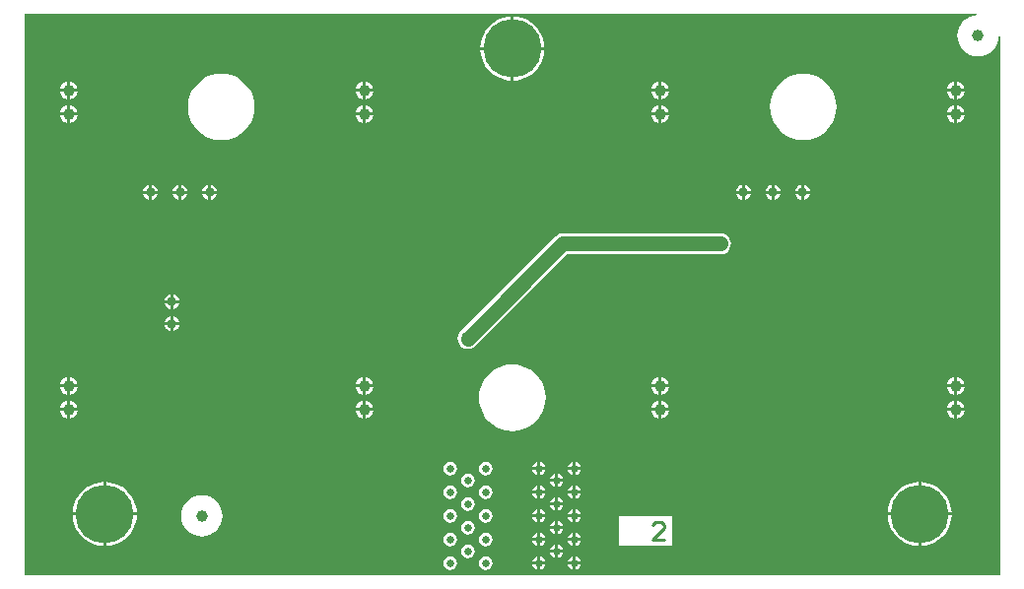
<source format=gbl>
G04*
G04 #@! TF.GenerationSoftware,Altium Limited,Altium Designer,20.1.14 (287)*
G04*
G04 Layer_Physical_Order=2*
G04 Layer_Color=16711680*
%FSLAX25Y25*%
%MOIN*%
G70*
G04*
G04 #@! TF.SameCoordinates,7963FD37-A3EF-41C6-90A3-C7C30B782ED2*
G04*
G04*
G04 #@! TF.FilePolarity,Positive*
G04*
G01*
G75*
%ADD11C,0.01000*%
%ADD33C,0.03937*%
%ADD36C,0.05000*%
%ADD38C,0.02000*%
%ADD39C,0.19685*%
%ADD40C,0.02500*%
%ADD41C,0.03150*%
%ADD42C,0.05000*%
G36*
X457156Y329500D02*
X456128Y329399D01*
X454808Y328998D01*
X453592Y328348D01*
X452526Y327474D01*
X451652Y326408D01*
X451002Y325192D01*
X450601Y323872D01*
X450466Y322500D01*
X450601Y321128D01*
X451002Y319808D01*
X451652Y318592D01*
X452526Y317526D01*
X453592Y316652D01*
X454808Y316002D01*
X456128Y315601D01*
X457500Y315466D01*
X458872Y315601D01*
X460192Y316002D01*
X461408Y316652D01*
X462474Y317526D01*
X463348Y318592D01*
X463998Y319808D01*
X464399Y321128D01*
X464500Y322156D01*
X465000Y322131D01*
Y140000D01*
X135000D01*
Y330000D01*
X457131D01*
X457156Y329500D01*
D02*
G37*
%LPC*%
G36*
X300500Y328947D02*
Y318610D01*
X310837D01*
X310742Y319812D01*
X310344Y321471D01*
X309691Y323048D01*
X308799Y324503D01*
X307691Y325801D01*
X306393Y326909D01*
X304938Y327801D01*
X303361Y328454D01*
X301701Y328852D01*
X300500Y328947D01*
D02*
G37*
G36*
X299500D02*
X298299Y328852D01*
X296639Y328454D01*
X295062Y327801D01*
X293607Y326909D01*
X292309Y325801D01*
X291201Y324503D01*
X290309Y323048D01*
X289656Y321471D01*
X289258Y319812D01*
X289163Y318610D01*
X299500D01*
Y328947D01*
D02*
G37*
G36*
X310837Y317610D02*
X300500D01*
Y307274D01*
X301701Y307368D01*
X303361Y307767D01*
X304938Y308420D01*
X306393Y309311D01*
X307691Y310420D01*
X308799Y311718D01*
X309691Y313173D01*
X310344Y314749D01*
X310742Y316409D01*
X310837Y317610D01*
D02*
G37*
G36*
X299500D02*
X289163D01*
X289258Y316409D01*
X289656Y314749D01*
X290309Y313173D01*
X291201Y311718D01*
X292309Y310420D01*
X293607Y309311D01*
X295062Y308420D01*
X296639Y307767D01*
X298299Y307368D01*
X299500Y307274D01*
Y317610D01*
D02*
G37*
G36*
X450500Y306928D02*
Y304500D01*
X452928D01*
X452892Y304775D01*
X452593Y305497D01*
X452117Y306117D01*
X451497Y306593D01*
X450775Y306892D01*
X450500Y306928D01*
D02*
G37*
G36*
X449500D02*
X449225Y306892D01*
X448503Y306593D01*
X447883Y306117D01*
X447407Y305497D01*
X447108Y304775D01*
X447072Y304500D01*
X449500D01*
Y306928D01*
D02*
G37*
G36*
X350500D02*
Y304500D01*
X352928D01*
X352892Y304775D01*
X352593Y305497D01*
X352117Y306117D01*
X351497Y306593D01*
X350775Y306892D01*
X350500Y306928D01*
D02*
G37*
G36*
X349500D02*
X349225Y306892D01*
X348503Y306593D01*
X347883Y306117D01*
X347407Y305497D01*
X347108Y304775D01*
X347072Y304500D01*
X349500D01*
Y306928D01*
D02*
G37*
G36*
X250500D02*
Y304500D01*
X252928D01*
X252892Y304775D01*
X252593Y305497D01*
X252117Y306117D01*
X251497Y306593D01*
X250775Y306892D01*
X250500Y306928D01*
D02*
G37*
G36*
X249500D02*
X249225Y306892D01*
X248503Y306593D01*
X247883Y306117D01*
X247407Y305497D01*
X247108Y304775D01*
X247072Y304500D01*
X249500D01*
Y306928D01*
D02*
G37*
G36*
X150500D02*
Y304500D01*
X152928D01*
X152892Y304775D01*
X152593Y305497D01*
X152117Y306117D01*
X151497Y306593D01*
X150775Y306892D01*
X150500Y306928D01*
D02*
G37*
G36*
X149500D02*
X149225Y306892D01*
X148503Y306593D01*
X147883Y306117D01*
X147407Y305497D01*
X147108Y304775D01*
X147072Y304500D01*
X149500D01*
Y306928D01*
D02*
G37*
G36*
X452928Y303500D02*
X450500D01*
Y301072D01*
X450775Y301108D01*
X451497Y301407D01*
X452117Y301883D01*
X452593Y302503D01*
X452892Y303225D01*
X452928Y303500D01*
D02*
G37*
G36*
X449500D02*
X447072D01*
X447108Y303225D01*
X447407Y302503D01*
X447883Y301883D01*
X448503Y301407D01*
X449225Y301108D01*
X449500Y301072D01*
Y303500D01*
D02*
G37*
G36*
X352928D02*
X350500D01*
Y301072D01*
X350775Y301108D01*
X351497Y301407D01*
X352117Y301883D01*
X352593Y302503D01*
X352892Y303225D01*
X352928Y303500D01*
D02*
G37*
G36*
X349500D02*
X347072D01*
X347108Y303225D01*
X347407Y302503D01*
X347883Y301883D01*
X348503Y301407D01*
X349225Y301108D01*
X349500Y301072D01*
Y303500D01*
D02*
G37*
G36*
X252928D02*
X250500D01*
Y301072D01*
X250775Y301108D01*
X251497Y301407D01*
X252117Y301883D01*
X252593Y302503D01*
X252892Y303225D01*
X252928Y303500D01*
D02*
G37*
G36*
X249500D02*
X247072D01*
X247108Y303225D01*
X247407Y302503D01*
X247883Y301883D01*
X248503Y301407D01*
X249225Y301108D01*
X249500Y301072D01*
Y303500D01*
D02*
G37*
G36*
X152928D02*
X150500D01*
Y301072D01*
X150775Y301108D01*
X151497Y301407D01*
X152117Y301883D01*
X152593Y302503D01*
X152892Y303225D01*
X152928Y303500D01*
D02*
G37*
G36*
X149500D02*
X147072D01*
X147108Y303225D01*
X147407Y302503D01*
X147883Y301883D01*
X148503Y301407D01*
X149225Y301108D01*
X149500Y301072D01*
Y303500D01*
D02*
G37*
G36*
X450500Y298928D02*
Y296500D01*
X452928D01*
X452892Y296775D01*
X452593Y297497D01*
X452117Y298117D01*
X451497Y298593D01*
X450775Y298892D01*
X450500Y298928D01*
D02*
G37*
G36*
X449500D02*
X449225Y298892D01*
X448503Y298593D01*
X447883Y298117D01*
X447407Y297497D01*
X447108Y296775D01*
X447072Y296500D01*
X449500D01*
Y298928D01*
D02*
G37*
G36*
X350500D02*
Y296500D01*
X352928D01*
X352892Y296775D01*
X352593Y297497D01*
X352117Y298117D01*
X351497Y298593D01*
X350775Y298892D01*
X350500Y298928D01*
D02*
G37*
G36*
X349500D02*
X349225Y298892D01*
X348503Y298593D01*
X347883Y298117D01*
X347407Y297497D01*
X347108Y296775D01*
X347072Y296500D01*
X349500D01*
Y298928D01*
D02*
G37*
G36*
X250500D02*
Y296500D01*
X252928D01*
X252892Y296775D01*
X252593Y297497D01*
X252117Y298117D01*
X251497Y298593D01*
X250775Y298892D01*
X250500Y298928D01*
D02*
G37*
G36*
X249500D02*
X249225Y298892D01*
X248503Y298593D01*
X247883Y298117D01*
X247407Y297497D01*
X247108Y296775D01*
X247072Y296500D01*
X249500D01*
Y298928D01*
D02*
G37*
G36*
X150500D02*
Y296500D01*
X152928D01*
X152892Y296775D01*
X152593Y297497D01*
X152117Y298117D01*
X151497Y298593D01*
X150775Y298892D01*
X150500Y298928D01*
D02*
G37*
G36*
X149500D02*
X149225Y298892D01*
X148503Y298593D01*
X147883Y298117D01*
X147407Y297497D01*
X147108Y296775D01*
X147072Y296500D01*
X149500D01*
Y298928D01*
D02*
G37*
G36*
X452928Y295500D02*
X450500D01*
Y293072D01*
X450775Y293108D01*
X451497Y293407D01*
X452117Y293883D01*
X452593Y294503D01*
X452892Y295225D01*
X452928Y295500D01*
D02*
G37*
G36*
X449500D02*
X447072D01*
X447108Y295225D01*
X447407Y294503D01*
X447883Y293883D01*
X448503Y293407D01*
X449225Y293108D01*
X449500Y293072D01*
Y295500D01*
D02*
G37*
G36*
X352928D02*
X350500D01*
Y293072D01*
X350775Y293108D01*
X351497Y293407D01*
X352117Y293883D01*
X352593Y294503D01*
X352892Y295225D01*
X352928Y295500D01*
D02*
G37*
G36*
X349500D02*
X347072D01*
X347108Y295225D01*
X347407Y294503D01*
X347883Y293883D01*
X348503Y293407D01*
X349225Y293108D01*
X349500Y293072D01*
Y295500D01*
D02*
G37*
G36*
X252928D02*
X250500D01*
Y293072D01*
X250775Y293108D01*
X251497Y293407D01*
X252117Y293883D01*
X252593Y294503D01*
X252892Y295225D01*
X252928Y295500D01*
D02*
G37*
G36*
X249500D02*
X247072D01*
X247108Y295225D01*
X247407Y294503D01*
X247883Y293883D01*
X248503Y293407D01*
X249225Y293108D01*
X249500Y293072D01*
Y295500D01*
D02*
G37*
G36*
X152928D02*
X150500D01*
Y293072D01*
X150775Y293108D01*
X151497Y293407D01*
X152117Y293883D01*
X152593Y294503D01*
X152892Y295225D01*
X152928Y295500D01*
D02*
G37*
G36*
X149500D02*
X147072D01*
X147108Y295225D01*
X147407Y294503D01*
X147883Y293883D01*
X148503Y293407D01*
X149225Y293108D01*
X149500Y293072D01*
Y295500D01*
D02*
G37*
G36*
X398425Y309710D02*
X396660Y309571D01*
X394938Y309158D01*
X393302Y308480D01*
X391792Y307555D01*
X390446Y306405D01*
X389296Y305058D01*
X388370Y303548D01*
X387693Y301912D01*
X387279Y300190D01*
X387140Y298425D01*
X387279Y296660D01*
X387693Y294938D01*
X388370Y293302D01*
X389296Y291792D01*
X390446Y290446D01*
X391792Y289296D01*
X393302Y288370D01*
X394938Y287693D01*
X396660Y287279D01*
X398425Y287140D01*
X400190Y287279D01*
X401912Y287693D01*
X403548Y288370D01*
X405058Y289296D01*
X406405Y290446D01*
X407555Y291792D01*
X408480Y293302D01*
X409158Y294938D01*
X409571Y296660D01*
X409710Y298425D01*
X409571Y300190D01*
X409158Y301912D01*
X408480Y303548D01*
X407555Y305058D01*
X406405Y306405D01*
X405058Y307555D01*
X403548Y308480D01*
X401912Y309158D01*
X400190Y309571D01*
X398425Y309710D01*
D02*
G37*
G36*
X201575D02*
X199810Y309571D01*
X198088Y309158D01*
X196452Y308480D01*
X194942Y307555D01*
X193595Y306405D01*
X192445Y305058D01*
X191520Y303548D01*
X190842Y301912D01*
X190429Y300190D01*
X190290Y298425D01*
X190429Y296660D01*
X190842Y294938D01*
X191520Y293302D01*
X192445Y291792D01*
X193595Y290446D01*
X194942Y289296D01*
X196452Y288370D01*
X198088Y287693D01*
X199810Y287279D01*
X201575Y287140D01*
X203340Y287279D01*
X205062Y287693D01*
X206698Y288370D01*
X208208Y289296D01*
X209554Y290446D01*
X210704Y291792D01*
X211630Y293302D01*
X212307Y294938D01*
X212721Y296660D01*
X212860Y298425D01*
X212721Y300190D01*
X212307Y301912D01*
X211630Y303548D01*
X210704Y305058D01*
X209554Y306405D01*
X208208Y307555D01*
X206698Y308480D01*
X205062Y309158D01*
X203340Y309571D01*
X201575Y309710D01*
D02*
G37*
G36*
X398700Y272031D02*
Y270000D01*
X400731D01*
X400708Y270172D01*
X400449Y270798D01*
X400036Y271336D01*
X399499Y271749D01*
X398872Y272008D01*
X398700Y272031D01*
D02*
G37*
G36*
X397700D02*
X397528Y272008D01*
X396901Y271749D01*
X396364Y271336D01*
X395951Y270798D01*
X395691Y270172D01*
X395669Y270000D01*
X397700D01*
Y272031D01*
D02*
G37*
G36*
X388700D02*
Y270000D01*
X390731D01*
X390708Y270172D01*
X390449Y270798D01*
X390036Y271336D01*
X389498Y271749D01*
X388872Y272008D01*
X388700Y272031D01*
D02*
G37*
G36*
X387700D02*
X387528Y272008D01*
X386901Y271749D01*
X386364Y271336D01*
X385951Y270798D01*
X385691Y270172D01*
X385669Y270000D01*
X387700D01*
Y272031D01*
D02*
G37*
G36*
X378700D02*
Y270000D01*
X380731D01*
X380709Y270172D01*
X380449Y270798D01*
X380036Y271336D01*
X379499Y271749D01*
X378872Y272008D01*
X378700Y272031D01*
D02*
G37*
G36*
X377700D02*
X377528Y272008D01*
X376902Y271749D01*
X376364Y271336D01*
X375951Y270798D01*
X375692Y270172D01*
X375669Y270000D01*
X377700D01*
Y272031D01*
D02*
G37*
G36*
X198100D02*
Y270000D01*
X200131D01*
X200109Y270172D01*
X199849Y270798D01*
X199436Y271336D01*
X198898Y271749D01*
X198272Y272008D01*
X198100Y272031D01*
D02*
G37*
G36*
X197100D02*
X196928Y272008D01*
X196301Y271749D01*
X195764Y271336D01*
X195351Y270798D01*
X195091Y270172D01*
X195069Y270000D01*
X197100D01*
Y272031D01*
D02*
G37*
G36*
X188100D02*
Y270000D01*
X190131D01*
X190109Y270172D01*
X189849Y270798D01*
X189436Y271336D01*
X188899Y271749D01*
X188272Y272008D01*
X188100Y272031D01*
D02*
G37*
G36*
X187100D02*
X186928Y272008D01*
X186302Y271749D01*
X185764Y271336D01*
X185351Y270798D01*
X185091Y270172D01*
X185069Y270000D01*
X187100D01*
Y272031D01*
D02*
G37*
G36*
X178100D02*
Y270000D01*
X180131D01*
X180108Y270172D01*
X179849Y270798D01*
X179436Y271336D01*
X178899Y271749D01*
X178272Y272008D01*
X178100Y272031D01*
D02*
G37*
G36*
X177100D02*
X176928Y272008D01*
X176302Y271749D01*
X175764Y271336D01*
X175351Y270798D01*
X175092Y270172D01*
X175069Y270000D01*
X177100D01*
Y272031D01*
D02*
G37*
G36*
X400731Y269000D02*
X398700D01*
Y266969D01*
X398872Y266991D01*
X399499Y267251D01*
X400036Y267664D01*
X400449Y268201D01*
X400708Y268828D01*
X400731Y269000D01*
D02*
G37*
G36*
X397700D02*
X395669D01*
X395691Y268828D01*
X395951Y268201D01*
X396364Y267664D01*
X396901Y267251D01*
X397528Y266991D01*
X397700Y266969D01*
Y269000D01*
D02*
G37*
G36*
X390731D02*
X388700D01*
Y266969D01*
X388872Y266991D01*
X389498Y267251D01*
X390036Y267664D01*
X390449Y268201D01*
X390708Y268828D01*
X390731Y269000D01*
D02*
G37*
G36*
X387700D02*
X385669D01*
X385691Y268828D01*
X385951Y268201D01*
X386364Y267664D01*
X386901Y267251D01*
X387528Y266991D01*
X387700Y266969D01*
Y269000D01*
D02*
G37*
G36*
X380731D02*
X378700D01*
Y266969D01*
X378872Y266991D01*
X379499Y267251D01*
X380036Y267664D01*
X380449Y268201D01*
X380709Y268828D01*
X380731Y269000D01*
D02*
G37*
G36*
X377700D02*
X375669D01*
X375692Y268828D01*
X375951Y268201D01*
X376364Y267664D01*
X376902Y267251D01*
X377528Y266991D01*
X377700Y266969D01*
Y269000D01*
D02*
G37*
G36*
X200131D02*
X198100D01*
Y266969D01*
X198272Y266991D01*
X198898Y267251D01*
X199436Y267664D01*
X199849Y268201D01*
X200109Y268828D01*
X200131Y269000D01*
D02*
G37*
G36*
X197100D02*
X195069D01*
X195091Y268828D01*
X195351Y268201D01*
X195764Y267664D01*
X196301Y267251D01*
X196928Y266991D01*
X197100Y266969D01*
Y269000D01*
D02*
G37*
G36*
X190131D02*
X188100D01*
Y266969D01*
X188272Y266991D01*
X188899Y267251D01*
X189436Y267664D01*
X189849Y268201D01*
X190109Y268828D01*
X190131Y269000D01*
D02*
G37*
G36*
X187100D02*
X185069D01*
X185091Y268828D01*
X185351Y268201D01*
X185764Y267664D01*
X186302Y267251D01*
X186928Y266991D01*
X187100Y266969D01*
Y269000D01*
D02*
G37*
G36*
X180131D02*
X178100D01*
Y266969D01*
X178272Y266991D01*
X178899Y267251D01*
X179436Y267664D01*
X179849Y268201D01*
X180108Y268828D01*
X180131Y269000D01*
D02*
G37*
G36*
X177100D02*
X175069D01*
X175092Y268828D01*
X175351Y268201D01*
X175764Y267664D01*
X176302Y267251D01*
X176928Y266991D01*
X177100Y266969D01*
Y269000D01*
D02*
G37*
G36*
X185400Y235031D02*
Y233000D01*
X187431D01*
X187408Y233172D01*
X187149Y233799D01*
X186736Y234336D01*
X186198Y234749D01*
X185572Y235009D01*
X185400Y235031D01*
D02*
G37*
G36*
X184400D02*
X184228Y235009D01*
X183601Y234749D01*
X183064Y234336D01*
X182651Y233799D01*
X182392Y233172D01*
X182369Y233000D01*
X184400D01*
Y235031D01*
D02*
G37*
G36*
X187431Y232000D02*
X185400D01*
Y229969D01*
X185572Y229992D01*
X186198Y230251D01*
X186736Y230664D01*
X187149Y231202D01*
X187408Y231828D01*
X187431Y232000D01*
D02*
G37*
G36*
X184400D02*
X182369D01*
X182392Y231828D01*
X182651Y231202D01*
X183064Y230664D01*
X183601Y230251D01*
X184228Y229992D01*
X184400Y229969D01*
Y232000D01*
D02*
G37*
G36*
X185400Y227531D02*
Y225500D01*
X187431D01*
X187408Y225672D01*
X187149Y226298D01*
X186736Y226836D01*
X186198Y227249D01*
X185572Y227508D01*
X185400Y227531D01*
D02*
G37*
G36*
X184400D02*
X184228Y227508D01*
X183601Y227249D01*
X183064Y226836D01*
X182651Y226298D01*
X182392Y225672D01*
X182369Y225500D01*
X184400D01*
Y227531D01*
D02*
G37*
G36*
X187431Y224500D02*
X185400D01*
Y222469D01*
X185572Y222492D01*
X186198Y222751D01*
X186736Y223164D01*
X187149Y223702D01*
X187408Y224328D01*
X187431Y224500D01*
D02*
G37*
G36*
X184400D02*
X182369D01*
X182392Y224328D01*
X182651Y223702D01*
X183064Y223164D01*
X183601Y222751D01*
X184228Y222492D01*
X184400Y222469D01*
Y224500D01*
D02*
G37*
G36*
X317100Y255630D02*
X316186Y255510D01*
X315335Y255157D01*
X314604Y254596D01*
X282504Y222496D01*
X281943Y221765D01*
X281590Y220914D01*
X281470Y220000D01*
X281590Y219086D01*
X281943Y218235D01*
X282504Y217504D01*
X283235Y216943D01*
X284086Y216590D01*
X285000Y216470D01*
X285914Y216590D01*
X286765Y216943D01*
X287496Y217504D01*
X318562Y248570D01*
X370500D01*
X371414Y248690D01*
X372265Y249043D01*
X372996Y249604D01*
X373557Y250335D01*
X373910Y251186D01*
X374030Y252100D01*
X373910Y253014D01*
X373557Y253865D01*
X372996Y254596D01*
X372265Y255157D01*
X371414Y255510D01*
X370500Y255630D01*
X317100D01*
X317100Y255630D01*
D02*
G37*
G36*
X350500Y206928D02*
Y204500D01*
X352928D01*
X352892Y204775D01*
X352593Y205497D01*
X352117Y206117D01*
X351497Y206593D01*
X350775Y206892D01*
X350500Y206928D01*
D02*
G37*
G36*
X450500D02*
Y204500D01*
X452928D01*
X452892Y204775D01*
X452593Y205497D01*
X452117Y206117D01*
X451497Y206593D01*
X450775Y206892D01*
X450500Y206928D01*
D02*
G37*
G36*
X250500D02*
Y204500D01*
X252928D01*
X252892Y204775D01*
X252593Y205497D01*
X252117Y206117D01*
X251497Y206593D01*
X250775Y206892D01*
X250500Y206928D01*
D02*
G37*
G36*
X150500D02*
Y204500D01*
X152928D01*
X152892Y204775D01*
X152593Y205497D01*
X152117Y206117D01*
X151497Y206593D01*
X150775Y206892D01*
X150500Y206928D01*
D02*
G37*
G36*
X349500D02*
X349225Y206892D01*
X348503Y206593D01*
X347883Y206117D01*
X347407Y205497D01*
X347108Y204775D01*
X347072Y204500D01*
X349500D01*
Y206928D01*
D02*
G37*
G36*
X249500D02*
X249225Y206892D01*
X248503Y206593D01*
X247883Y206117D01*
X247407Y205497D01*
X247108Y204775D01*
X247072Y204500D01*
X249500D01*
Y206928D01*
D02*
G37*
G36*
X449500D02*
X449225Y206892D01*
X448503Y206593D01*
X447883Y206117D01*
X447407Y205497D01*
X447108Y204775D01*
X447072Y204500D01*
X449500D01*
Y206928D01*
D02*
G37*
G36*
X149500D02*
X149225Y206892D01*
X148503Y206593D01*
X147883Y206117D01*
X147407Y205497D01*
X147108Y204775D01*
X147072Y204500D01*
X149500D01*
Y206928D01*
D02*
G37*
G36*
X152928Y203500D02*
X150500D01*
Y201072D01*
X150775Y201108D01*
X151497Y201407D01*
X152117Y201883D01*
X152593Y202503D01*
X152892Y203225D01*
X152928Y203500D01*
D02*
G37*
G36*
X452928D02*
X450500D01*
Y201072D01*
X450775Y201108D01*
X451497Y201407D01*
X452117Y201883D01*
X452593Y202503D01*
X452892Y203225D01*
X452928Y203500D01*
D02*
G37*
G36*
X352928D02*
X350500D01*
Y201072D01*
X350775Y201108D01*
X351497Y201407D01*
X352117Y201883D01*
X352593Y202503D01*
X352892Y203225D01*
X352928Y203500D01*
D02*
G37*
G36*
X252928D02*
X250500D01*
Y201072D01*
X250775Y201108D01*
X251497Y201407D01*
X252117Y201883D01*
X252593Y202503D01*
X252892Y203225D01*
X252928Y203500D01*
D02*
G37*
G36*
X449500D02*
X447072D01*
X447108Y203225D01*
X447407Y202503D01*
X447883Y201883D01*
X448503Y201407D01*
X449225Y201108D01*
X449500Y201072D01*
Y203500D01*
D02*
G37*
G36*
X349500D02*
X347072D01*
X347108Y203225D01*
X347407Y202503D01*
X347883Y201883D01*
X348503Y201407D01*
X349225Y201108D01*
X349500Y201072D01*
Y203500D01*
D02*
G37*
G36*
X249500D02*
X247072D01*
X247108Y203225D01*
X247407Y202503D01*
X247883Y201883D01*
X248503Y201407D01*
X249225Y201108D01*
X249500Y201072D01*
Y203500D01*
D02*
G37*
G36*
X149500D02*
X147072D01*
X147108Y203225D01*
X147407Y202503D01*
X147883Y201883D01*
X148503Y201407D01*
X149225Y201108D01*
X149500Y201072D01*
Y203500D01*
D02*
G37*
G36*
X350500Y198928D02*
Y196500D01*
X352928D01*
X352892Y196775D01*
X352593Y197497D01*
X352117Y198117D01*
X351497Y198593D01*
X350775Y198892D01*
X350500Y198928D01*
D02*
G37*
G36*
X450500D02*
Y196500D01*
X452928D01*
X452892Y196775D01*
X452593Y197497D01*
X452117Y198117D01*
X451497Y198593D01*
X450775Y198892D01*
X450500Y198928D01*
D02*
G37*
G36*
X250500D02*
Y196500D01*
X252928D01*
X252892Y196775D01*
X252593Y197497D01*
X252117Y198117D01*
X251497Y198593D01*
X250775Y198892D01*
X250500Y198928D01*
D02*
G37*
G36*
X150500D02*
Y196500D01*
X152928D01*
X152892Y196775D01*
X152593Y197497D01*
X152117Y198117D01*
X151497Y198593D01*
X150775Y198892D01*
X150500Y198928D01*
D02*
G37*
G36*
X349500D02*
X349225Y198892D01*
X348503Y198593D01*
X347883Y198117D01*
X347407Y197497D01*
X347108Y196775D01*
X347072Y196500D01*
X349500D01*
Y198928D01*
D02*
G37*
G36*
X249500D02*
X249225Y198892D01*
X248503Y198593D01*
X247883Y198117D01*
X247407Y197497D01*
X247108Y196775D01*
X247072Y196500D01*
X249500D01*
Y198928D01*
D02*
G37*
G36*
X449500D02*
X449225Y198892D01*
X448503Y198593D01*
X447883Y198117D01*
X447407Y197497D01*
X447108Y196775D01*
X447072Y196500D01*
X449500D01*
Y198928D01*
D02*
G37*
G36*
X149500D02*
X149225Y198892D01*
X148503Y198593D01*
X147883Y198117D01*
X147407Y197497D01*
X147108Y196775D01*
X147072Y196500D01*
X149500D01*
Y198928D01*
D02*
G37*
G36*
X452928Y195500D02*
X450500D01*
Y193072D01*
X450775Y193108D01*
X451497Y193407D01*
X452117Y193883D01*
X452593Y194503D01*
X452892Y195225D01*
X452928Y195500D01*
D02*
G37*
G36*
X352928D02*
X350500D01*
Y193072D01*
X350775Y193108D01*
X351497Y193407D01*
X352117Y193883D01*
X352593Y194503D01*
X352892Y195225D01*
X352928Y195500D01*
D02*
G37*
G36*
X252928D02*
X250500D01*
Y193072D01*
X250775Y193108D01*
X251497Y193407D01*
X252117Y193883D01*
X252593Y194503D01*
X252892Y195225D01*
X252928Y195500D01*
D02*
G37*
G36*
X152928D02*
X150500D01*
Y193072D01*
X150775Y193108D01*
X151497Y193407D01*
X152117Y193883D01*
X152593Y194503D01*
X152892Y195225D01*
X152928Y195500D01*
D02*
G37*
G36*
X149500D02*
X147072D01*
X147108Y195225D01*
X147407Y194503D01*
X147883Y193883D01*
X148503Y193407D01*
X149225Y193108D01*
X149500Y193072D01*
Y195500D01*
D02*
G37*
G36*
X449500D02*
X447072D01*
X447108Y195225D01*
X447407Y194503D01*
X447883Y193883D01*
X448503Y193407D01*
X449225Y193108D01*
X449500Y193072D01*
Y195500D01*
D02*
G37*
G36*
X349500D02*
X347072D01*
X347108Y195225D01*
X347407Y194503D01*
X347883Y193883D01*
X348503Y193407D01*
X349225Y193108D01*
X349500Y193072D01*
Y195500D01*
D02*
G37*
G36*
X249500D02*
X247072D01*
X247108Y195225D01*
X247407Y194503D01*
X247883Y193883D01*
X248503Y193407D01*
X249225Y193108D01*
X249500Y193072D01*
Y195500D01*
D02*
G37*
G36*
X300000Y211285D02*
X298235Y211146D01*
X296513Y210733D01*
X294877Y210055D01*
X293367Y209130D01*
X292020Y207980D01*
X290870Y206633D01*
X289945Y205123D01*
X289267Y203487D01*
X288854Y201765D01*
X288715Y200000D01*
X288854Y198235D01*
X289267Y196513D01*
X289945Y194877D01*
X290870Y193367D01*
X292020Y192020D01*
X293367Y190870D01*
X294877Y189945D01*
X296513Y189268D01*
X298235Y188854D01*
X300000Y188715D01*
X301765Y188854D01*
X303487Y189268D01*
X305123Y189945D01*
X306633Y190870D01*
X307980Y192020D01*
X309130Y193367D01*
X310055Y194877D01*
X310733Y196513D01*
X311146Y198235D01*
X311285Y200000D01*
X311146Y201765D01*
X310733Y203487D01*
X310055Y205123D01*
X309130Y206633D01*
X307980Y207980D01*
X306633Y209130D01*
X305123Y210055D01*
X303487Y210733D01*
X301765Y211146D01*
X300000Y211285D01*
D02*
G37*
G36*
X321500Y178195D02*
Y176500D01*
X323195D01*
X323119Y176878D01*
X322622Y177622D01*
X321878Y178120D01*
X321500Y178195D01*
D02*
G37*
G36*
X320500D02*
X320122Y178120D01*
X319378Y177622D01*
X318881Y176878D01*
X318805Y176500D01*
X320500D01*
Y178195D01*
D02*
G37*
G36*
X309500D02*
Y176500D01*
X311195D01*
X311120Y176878D01*
X310622Y177622D01*
X309878Y178120D01*
X309500Y178195D01*
D02*
G37*
G36*
X308500D02*
X308122Y178120D01*
X307378Y177622D01*
X306880Y176878D01*
X306805Y176500D01*
X308500D01*
Y178195D01*
D02*
G37*
G36*
X323195Y175500D02*
X321500D01*
Y173805D01*
X321878Y173881D01*
X322622Y174378D01*
X323119Y175122D01*
X323195Y175500D01*
D02*
G37*
G36*
X320500D02*
X318805D01*
X318881Y175122D01*
X319378Y174378D01*
X320122Y173881D01*
X320500Y173805D01*
Y175500D01*
D02*
G37*
G36*
X311195D02*
X309500D01*
Y173805D01*
X309878Y173881D01*
X310622Y174378D01*
X311120Y175122D01*
X311195Y175500D01*
D02*
G37*
G36*
X308500D02*
X306805D01*
X306880Y175122D01*
X307378Y174378D01*
X308122Y173881D01*
X308500Y173805D01*
Y175500D01*
D02*
G37*
G36*
X291000Y178294D02*
X290122Y178120D01*
X289378Y177622D01*
X288880Y176878D01*
X288706Y176000D01*
X288880Y175122D01*
X289378Y174378D01*
X290122Y173881D01*
X291000Y173706D01*
X291878Y173881D01*
X292622Y174378D01*
X293120Y175122D01*
X293294Y176000D01*
X293120Y176878D01*
X292622Y177622D01*
X291878Y178120D01*
X291000Y178294D01*
D02*
G37*
G36*
X279000D02*
X278122Y178120D01*
X277378Y177622D01*
X276881Y176878D01*
X276706Y176000D01*
X276881Y175122D01*
X277378Y174378D01*
X278122Y173881D01*
X279000Y173706D01*
X279878Y173881D01*
X280622Y174378D01*
X281119Y175122D01*
X281294Y176000D01*
X281119Y176878D01*
X280622Y177622D01*
X279878Y178120D01*
X279000Y178294D01*
D02*
G37*
G36*
X315500Y174195D02*
Y172500D01*
X317195D01*
X317120Y172878D01*
X316622Y173622D01*
X315878Y174119D01*
X315500Y174195D01*
D02*
G37*
G36*
X314500D02*
X314122Y174119D01*
X313378Y173622D01*
X312880Y172878D01*
X312805Y172500D01*
X314500D01*
Y174195D01*
D02*
G37*
G36*
X317195Y171500D02*
X315500D01*
Y169805D01*
X315878Y169880D01*
X316622Y170378D01*
X317120Y171122D01*
X317195Y171500D01*
D02*
G37*
G36*
X314500D02*
X312805D01*
X312880Y171122D01*
X313378Y170378D01*
X314122Y169880D01*
X314500Y169805D01*
Y171500D01*
D02*
G37*
G36*
X285000Y174294D02*
X284122Y174119D01*
X283378Y173622D01*
X282880Y172878D01*
X282706Y172000D01*
X282880Y171122D01*
X283378Y170378D01*
X284122Y169880D01*
X285000Y169706D01*
X285878Y169880D01*
X286622Y170378D01*
X287120Y171122D01*
X287294Y172000D01*
X287120Y172878D01*
X286622Y173622D01*
X285878Y174119D01*
X285000Y174294D01*
D02*
G37*
G36*
X321500Y170195D02*
Y168500D01*
X323195D01*
X323119Y168878D01*
X322622Y169622D01*
X321878Y170120D01*
X321500Y170195D01*
D02*
G37*
G36*
X320500D02*
X320122Y170120D01*
X319378Y169622D01*
X318881Y168878D01*
X318805Y168500D01*
X320500D01*
Y170195D01*
D02*
G37*
G36*
X309500D02*
Y168500D01*
X311195D01*
X311120Y168878D01*
X310622Y169622D01*
X309878Y170120D01*
X309500Y170195D01*
D02*
G37*
G36*
X308500D02*
X308122Y170120D01*
X307378Y169622D01*
X306880Y168878D01*
X306805Y168500D01*
X308500D01*
Y170195D01*
D02*
G37*
G36*
X323195Y167500D02*
X321500D01*
Y165805D01*
X321878Y165881D01*
X322622Y166378D01*
X323119Y167122D01*
X323195Y167500D01*
D02*
G37*
G36*
X320500D02*
X318805D01*
X318881Y167122D01*
X319378Y166378D01*
X320122Y165881D01*
X320500Y165805D01*
Y167500D01*
D02*
G37*
G36*
X311195D02*
X309500D01*
Y165805D01*
X309878Y165881D01*
X310622Y166378D01*
X311120Y167122D01*
X311195Y167500D01*
D02*
G37*
G36*
X308500D02*
X306805D01*
X306880Y167122D01*
X307378Y166378D01*
X308122Y165881D01*
X308500Y165805D01*
Y167500D01*
D02*
G37*
G36*
X291000Y170294D02*
X290122Y170120D01*
X289378Y169622D01*
X288880Y168878D01*
X288706Y168000D01*
X288880Y167122D01*
X289378Y166378D01*
X290122Y165881D01*
X291000Y165706D01*
X291878Y165881D01*
X292622Y166378D01*
X293120Y167122D01*
X293294Y168000D01*
X293120Y168878D01*
X292622Y169622D01*
X291878Y170120D01*
X291000Y170294D01*
D02*
G37*
G36*
X279000D02*
X278122Y170120D01*
X277378Y169622D01*
X276881Y168878D01*
X276706Y168000D01*
X276881Y167122D01*
X277378Y166378D01*
X278122Y165881D01*
X279000Y165706D01*
X279878Y165881D01*
X280622Y166378D01*
X281119Y167122D01*
X281294Y168000D01*
X281119Y168878D01*
X280622Y169622D01*
X279878Y170120D01*
X279000Y170294D01*
D02*
G37*
G36*
X315500Y166195D02*
Y164500D01*
X317195D01*
X317120Y164878D01*
X316622Y165622D01*
X315878Y166120D01*
X315500Y166195D01*
D02*
G37*
G36*
X314500D02*
X314122Y166120D01*
X313378Y165622D01*
X312880Y164878D01*
X312805Y164500D01*
X314500D01*
Y166195D01*
D02*
G37*
G36*
X317195Y163500D02*
X315500D01*
Y161805D01*
X315878Y161881D01*
X316622Y162378D01*
X317120Y163122D01*
X317195Y163500D01*
D02*
G37*
G36*
X314500D02*
X312805D01*
X312880Y163122D01*
X313378Y162378D01*
X314122Y161881D01*
X314500Y161805D01*
Y163500D01*
D02*
G37*
G36*
X285000Y166294D02*
X284122Y166120D01*
X283378Y165622D01*
X282880Y164878D01*
X282706Y164000D01*
X282880Y163122D01*
X283378Y162378D01*
X284122Y161881D01*
X285000Y161706D01*
X285878Y161881D01*
X286622Y162378D01*
X287120Y163122D01*
X287294Y164000D01*
X287120Y164878D01*
X286622Y165622D01*
X285878Y166120D01*
X285000Y166294D01*
D02*
G37*
G36*
X438295Y171467D02*
Y161130D01*
X448632D01*
X448537Y162331D01*
X448139Y163991D01*
X447486Y165568D01*
X446594Y167023D01*
X445486Y168321D01*
X444188Y169429D01*
X442733Y170321D01*
X441156Y170974D01*
X439497Y171372D01*
X438295Y171467D01*
D02*
G37*
G36*
X437295D02*
X436094Y171372D01*
X434434Y170974D01*
X432858Y170321D01*
X431402Y169429D01*
X430105Y168321D01*
X428996Y167023D01*
X428105Y165568D01*
X427452Y163991D01*
X427053Y162331D01*
X426959Y161130D01*
X437295D01*
Y171467D01*
D02*
G37*
G36*
X162705D02*
Y161130D01*
X173041D01*
X172947Y162331D01*
X172548Y163991D01*
X171895Y165568D01*
X171004Y167023D01*
X169895Y168321D01*
X168597Y169429D01*
X167142Y170321D01*
X165566Y170974D01*
X163906Y171372D01*
X162705Y171467D01*
D02*
G37*
G36*
X161705D02*
X160503Y171372D01*
X158844Y170974D01*
X157267Y170321D01*
X155812Y169429D01*
X154514Y168321D01*
X153406Y167023D01*
X152514Y165568D01*
X151861Y163991D01*
X151463Y162331D01*
X151368Y161130D01*
X161705D01*
Y171467D01*
D02*
G37*
G36*
X321500Y162195D02*
Y160500D01*
X323195D01*
X323119Y160878D01*
X322622Y161622D01*
X321878Y162119D01*
X321500Y162195D01*
D02*
G37*
G36*
X320500D02*
X320122Y162119D01*
X319378Y161622D01*
X318881Y160878D01*
X318805Y160500D01*
X320500D01*
Y162195D01*
D02*
G37*
G36*
X309500D02*
Y160500D01*
X311195D01*
X311120Y160878D01*
X310622Y161622D01*
X309878Y162119D01*
X309500Y162195D01*
D02*
G37*
G36*
X308500D02*
X308122Y162119D01*
X307378Y161622D01*
X306880Y160878D01*
X306805Y160500D01*
X308500D01*
Y162195D01*
D02*
G37*
G36*
X323195Y159500D02*
X321500D01*
Y157805D01*
X321878Y157880D01*
X322622Y158378D01*
X323119Y159122D01*
X323195Y159500D01*
D02*
G37*
G36*
X320500D02*
X318805D01*
X318881Y159122D01*
X319378Y158378D01*
X320122Y157880D01*
X320500Y157805D01*
Y159500D01*
D02*
G37*
G36*
X311195D02*
X309500D01*
Y157805D01*
X309878Y157880D01*
X310622Y158378D01*
X311120Y159122D01*
X311195Y159500D01*
D02*
G37*
G36*
X308500D02*
X306805D01*
X306880Y159122D01*
X307378Y158378D01*
X308122Y157880D01*
X308500Y157805D01*
Y159500D01*
D02*
G37*
G36*
X291000Y162294D02*
X290122Y162119D01*
X289378Y161622D01*
X288880Y160878D01*
X288706Y160000D01*
X288880Y159122D01*
X289378Y158378D01*
X290122Y157880D01*
X291000Y157706D01*
X291878Y157880D01*
X292622Y158378D01*
X293120Y159122D01*
X293294Y160000D01*
X293120Y160878D01*
X292622Y161622D01*
X291878Y162119D01*
X291000Y162294D01*
D02*
G37*
G36*
X279000D02*
X278122Y162119D01*
X277378Y161622D01*
X276881Y160878D01*
X276706Y160000D01*
X276881Y159122D01*
X277378Y158378D01*
X278122Y157880D01*
X279000Y157706D01*
X279878Y157880D01*
X280622Y158378D01*
X281119Y159122D01*
X281294Y160000D01*
X281119Y160878D01*
X280622Y161622D01*
X279878Y162119D01*
X279000Y162294D01*
D02*
G37*
G36*
X315500Y158195D02*
Y156500D01*
X317195D01*
X317120Y156878D01*
X316622Y157622D01*
X315878Y158119D01*
X315500Y158195D01*
D02*
G37*
G36*
X314500D02*
X314122Y158119D01*
X313378Y157622D01*
X312880Y156878D01*
X312805Y156500D01*
X314500D01*
Y158195D01*
D02*
G37*
G36*
X317195Y155500D02*
X315500D01*
Y153805D01*
X315878Y153881D01*
X316622Y154378D01*
X317120Y155122D01*
X317195Y155500D01*
D02*
G37*
G36*
X314500D02*
X312805D01*
X312880Y155122D01*
X313378Y154378D01*
X314122Y153881D01*
X314500Y153805D01*
Y155500D01*
D02*
G37*
G36*
X285000Y158294D02*
X284122Y158119D01*
X283378Y157622D01*
X282880Y156878D01*
X282706Y156000D01*
X282880Y155122D01*
X283378Y154378D01*
X284122Y153881D01*
X285000Y153706D01*
X285878Y153881D01*
X286622Y154378D01*
X287120Y155122D01*
X287294Y156000D01*
X287120Y156878D01*
X286622Y157622D01*
X285878Y158119D01*
X285000Y158294D01*
D02*
G37*
G36*
X195000Y167034D02*
X193628Y166899D01*
X192308Y166498D01*
X191092Y165849D01*
X190026Y164974D01*
X189152Y163908D01*
X188502Y162692D01*
X188101Y161372D01*
X187966Y160000D01*
X188101Y158628D01*
X188502Y157308D01*
X189152Y156092D01*
X190026Y155026D01*
X191092Y154151D01*
X192308Y153501D01*
X193628Y153101D01*
X195000Y152966D01*
X196372Y153101D01*
X197692Y153501D01*
X198908Y154151D01*
X199974Y155026D01*
X200849Y156092D01*
X201499Y157308D01*
X201899Y158628D01*
X202034Y160000D01*
X201899Y161372D01*
X201499Y162692D01*
X200849Y163908D01*
X199974Y164974D01*
X198908Y165849D01*
X197692Y166498D01*
X196372Y166899D01*
X195000Y167034D01*
D02*
G37*
G36*
X321500Y154195D02*
Y152500D01*
X323195D01*
X323119Y152878D01*
X322622Y153622D01*
X321878Y154120D01*
X321500Y154195D01*
D02*
G37*
G36*
X320500D02*
X320122Y154120D01*
X319378Y153622D01*
X318881Y152878D01*
X318805Y152500D01*
X320500D01*
Y154195D01*
D02*
G37*
G36*
X309500D02*
Y152500D01*
X311195D01*
X311120Y152878D01*
X310622Y153622D01*
X309878Y154120D01*
X309500Y154195D01*
D02*
G37*
G36*
X308500D02*
X308122Y154120D01*
X307378Y153622D01*
X306880Y152878D01*
X306805Y152500D01*
X308500D01*
Y154195D01*
D02*
G37*
G36*
X354000Y160000D02*
X336000D01*
Y150000D01*
X354000D01*
Y160000D01*
D02*
G37*
G36*
X323195Y151500D02*
X321500D01*
Y149805D01*
X321878Y149881D01*
X322622Y150378D01*
X323119Y151122D01*
X323195Y151500D01*
D02*
G37*
G36*
X320500D02*
X318805D01*
X318881Y151122D01*
X319378Y150378D01*
X320122Y149881D01*
X320500Y149805D01*
Y151500D01*
D02*
G37*
G36*
X311195D02*
X309500D01*
Y149805D01*
X309878Y149881D01*
X310622Y150378D01*
X311120Y151122D01*
X311195Y151500D01*
D02*
G37*
G36*
X308500D02*
X306805D01*
X306880Y151122D01*
X307378Y150378D01*
X308122Y149881D01*
X308500Y149805D01*
Y151500D01*
D02*
G37*
G36*
X448632Y160130D02*
X438295D01*
Y149793D01*
X439497Y149888D01*
X441156Y150286D01*
X442733Y150939D01*
X444188Y151831D01*
X445486Y152939D01*
X446594Y154237D01*
X447486Y155692D01*
X448139Y157269D01*
X448537Y158929D01*
X448632Y160130D01*
D02*
G37*
G36*
X437295D02*
X426959D01*
X427053Y158929D01*
X427452Y157269D01*
X428105Y155692D01*
X428996Y154237D01*
X430105Y152939D01*
X431402Y151831D01*
X432858Y150939D01*
X434434Y150286D01*
X436094Y149888D01*
X437295Y149793D01*
Y160130D01*
D02*
G37*
G36*
X173041D02*
X162705D01*
Y149793D01*
X163906Y149888D01*
X165566Y150286D01*
X167142Y150939D01*
X168597Y151831D01*
X169895Y152939D01*
X171004Y154237D01*
X171895Y155692D01*
X172548Y157269D01*
X172947Y158929D01*
X173041Y160130D01*
D02*
G37*
G36*
X161705D02*
X151368D01*
X151463Y158929D01*
X151861Y157269D01*
X152514Y155692D01*
X153406Y154237D01*
X154514Y152939D01*
X155812Y151831D01*
X157267Y150939D01*
X158844Y150286D01*
X160503Y149888D01*
X161705Y149793D01*
Y160130D01*
D02*
G37*
G36*
X291000Y154294D02*
X290122Y154120D01*
X289378Y153622D01*
X288880Y152878D01*
X288706Y152000D01*
X288880Y151122D01*
X289378Y150378D01*
X290122Y149881D01*
X291000Y149706D01*
X291878Y149881D01*
X292622Y150378D01*
X293120Y151122D01*
X293294Y152000D01*
X293120Y152878D01*
X292622Y153622D01*
X291878Y154120D01*
X291000Y154294D01*
D02*
G37*
G36*
X279000D02*
X278122Y154120D01*
X277378Y153622D01*
X276881Y152878D01*
X276706Y152000D01*
X276881Y151122D01*
X277378Y150378D01*
X278122Y149881D01*
X279000Y149706D01*
X279878Y149881D01*
X280622Y150378D01*
X281119Y151122D01*
X281294Y152000D01*
X281119Y152878D01*
X280622Y153622D01*
X279878Y154120D01*
X279000Y154294D01*
D02*
G37*
G36*
X315500Y150195D02*
Y148500D01*
X317195D01*
X317120Y148878D01*
X316622Y149622D01*
X315878Y150119D01*
X315500Y150195D01*
D02*
G37*
G36*
X314500D02*
X314122Y150119D01*
X313378Y149622D01*
X312880Y148878D01*
X312805Y148500D01*
X314500D01*
Y150195D01*
D02*
G37*
G36*
X317195Y147500D02*
X315500D01*
Y145805D01*
X315878Y145880D01*
X316622Y146378D01*
X317120Y147122D01*
X317195Y147500D01*
D02*
G37*
G36*
X314500D02*
X312805D01*
X312880Y147122D01*
X313378Y146378D01*
X314122Y145880D01*
X314500Y145805D01*
Y147500D01*
D02*
G37*
G36*
X285000Y150294D02*
X284122Y150119D01*
X283378Y149622D01*
X282880Y148878D01*
X282706Y148000D01*
X282880Y147122D01*
X283378Y146378D01*
X284122Y145880D01*
X285000Y145706D01*
X285878Y145880D01*
X286622Y146378D01*
X287120Y147122D01*
X287294Y148000D01*
X287120Y148878D01*
X286622Y149622D01*
X285878Y150119D01*
X285000Y150294D01*
D02*
G37*
G36*
X321500Y146195D02*
Y144500D01*
X323195D01*
X323119Y144878D01*
X322622Y145622D01*
X321878Y146119D01*
X321500Y146195D01*
D02*
G37*
G36*
X320500D02*
X320122Y146119D01*
X319378Y145622D01*
X318881Y144878D01*
X318805Y144500D01*
X320500D01*
Y146195D01*
D02*
G37*
G36*
X309500D02*
Y144500D01*
X311195D01*
X311120Y144878D01*
X310622Y145622D01*
X309878Y146119D01*
X309500Y146195D01*
D02*
G37*
G36*
X308500D02*
X308122Y146119D01*
X307378Y145622D01*
X306880Y144878D01*
X306805Y144500D01*
X308500D01*
Y146195D01*
D02*
G37*
G36*
X323195Y143500D02*
X321500D01*
Y141805D01*
X321878Y141881D01*
X322622Y142378D01*
X323119Y143122D01*
X323195Y143500D01*
D02*
G37*
G36*
X320500D02*
X318805D01*
X318881Y143122D01*
X319378Y142378D01*
X320122Y141881D01*
X320500Y141805D01*
Y143500D01*
D02*
G37*
G36*
X311195D02*
X309500D01*
Y141805D01*
X309878Y141881D01*
X310622Y142378D01*
X311120Y143122D01*
X311195Y143500D01*
D02*
G37*
G36*
X308500D02*
X306805D01*
X306880Y143122D01*
X307378Y142378D01*
X308122Y141881D01*
X308500Y141805D01*
Y143500D01*
D02*
G37*
G36*
X291000Y146294D02*
X290122Y146119D01*
X289378Y145622D01*
X288880Y144878D01*
X288706Y144000D01*
X288880Y143122D01*
X289378Y142378D01*
X290122Y141881D01*
X291000Y141706D01*
X291878Y141881D01*
X292622Y142378D01*
X293120Y143122D01*
X293294Y144000D01*
X293120Y144878D01*
X292622Y145622D01*
X291878Y146119D01*
X291000Y146294D01*
D02*
G37*
G36*
X279000D02*
X278122Y146119D01*
X277378Y145622D01*
X276881Y144878D01*
X276706Y144000D01*
X276881Y143122D01*
X277378Y142378D01*
X278122Y141881D01*
X279000Y141706D01*
X279878Y141881D01*
X280622Y142378D01*
X281119Y143122D01*
X281294Y144000D01*
X281119Y144878D01*
X280622Y145622D01*
X279878Y146119D01*
X279000Y146294D01*
D02*
G37*
%LPD*%
D11*
X351499Y152000D02*
X347500D01*
X351499Y155999D01*
Y156998D01*
X350499Y157998D01*
X348500D01*
X347500Y156998D01*
D33*
X195000Y160000D02*
D03*
X457500Y322500D02*
D03*
X350000Y196000D02*
D03*
Y204000D02*
D03*
X450000Y196000D02*
D03*
Y204000D02*
D03*
Y304000D02*
D03*
Y296000D02*
D03*
X350000Y304000D02*
D03*
Y296000D02*
D03*
X150000Y304000D02*
D03*
Y296000D02*
D03*
X250000Y304000D02*
D03*
Y296000D02*
D03*
Y196000D02*
D03*
Y204000D02*
D03*
X150000Y196000D02*
D03*
Y204000D02*
D03*
D36*
X317100Y252100D02*
X370500D01*
X285000Y220000D02*
X317100Y252100D01*
D38*
X306000Y312110D02*
D03*
X294000D02*
D03*
Y324110D02*
D03*
X291500Y318110D02*
D03*
X300000Y309610D02*
D03*
X306000Y324110D02*
D03*
X308500Y318110D02*
D03*
X300000Y326610D02*
D03*
X162205Y169130D02*
D03*
X170705Y160630D02*
D03*
X168205Y166630D02*
D03*
X162205Y152130D02*
D03*
X153705Y160630D02*
D03*
X156205Y166630D02*
D03*
Y154630D02*
D03*
X168205D02*
D03*
X437795Y169130D02*
D03*
X446295Y160630D02*
D03*
X443795Y166630D02*
D03*
X437795Y152130D02*
D03*
X429295Y160630D02*
D03*
X431795Y166630D02*
D03*
Y154630D02*
D03*
X443795D02*
D03*
D39*
X300000Y318110D02*
D03*
X162205Y160630D02*
D03*
X437795D02*
D03*
D40*
X321000Y152000D02*
D03*
Y144000D02*
D03*
Y160000D02*
D03*
Y168000D02*
D03*
Y176000D02*
D03*
X315000Y148000D02*
D03*
Y156000D02*
D03*
Y164000D02*
D03*
Y172000D02*
D03*
X309000Y152000D02*
D03*
Y144000D02*
D03*
Y160000D02*
D03*
Y168000D02*
D03*
Y176000D02*
D03*
X279000Y144000D02*
D03*
Y152000D02*
D03*
Y176000D02*
D03*
Y168000D02*
D03*
Y160000D02*
D03*
X285000Y148000D02*
D03*
Y156000D02*
D03*
Y164000D02*
D03*
Y172000D02*
D03*
X291000Y144000D02*
D03*
Y152000D02*
D03*
Y176000D02*
D03*
Y168000D02*
D03*
Y160000D02*
D03*
D41*
X184900Y232500D02*
D03*
Y225000D02*
D03*
X177600Y269500D02*
D03*
X197600D02*
D03*
X187600D02*
D03*
X378200D02*
D03*
X398200D02*
D03*
X388200D02*
D03*
X370500Y252100D02*
D03*
D42*
X285000Y220000D02*
D03*
M02*

</source>
